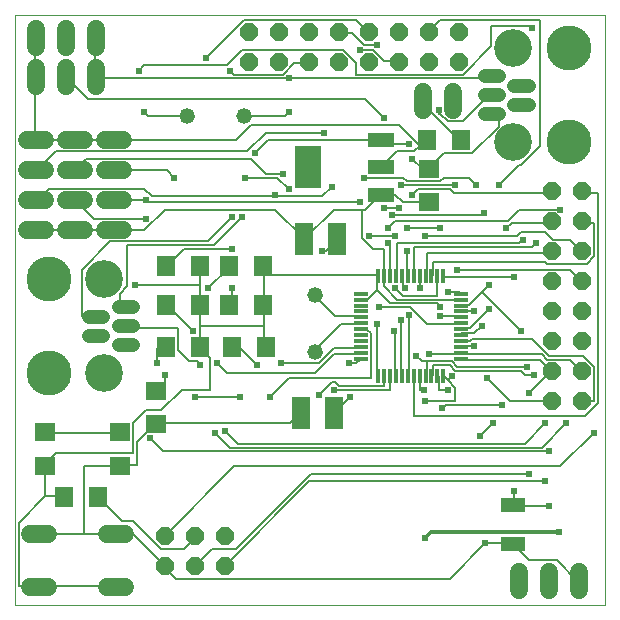
<source format=gtl>
G75*
%MOIN*%
%OFA0B0*%
%FSLAX25Y25*%
%IPPOS*%
%LPD*%
%AMOC8*
5,1,8,0,0,1.08239X$1,22.5*
%
%ADD10C,0.00000*%
%ADD11C,0.06000*%
%ADD12R,0.04724X0.01181*%
%ADD13R,0.01181X0.04724*%
%ADD14OC8,0.06000*%
%ADD15R,0.06299X0.07098*%
%ADD16R,0.07098X0.06299*%
%ADD17R,0.08000X0.05000*%
%ADD18C,0.15000*%
%ADD19C,0.12598*%
%ADD20C,0.04756*%
%ADD21R,0.08800X0.04800*%
%ADD22R,0.08661X0.14173*%
%ADD23R,0.07087X0.06299*%
%ADD24C,0.05200*%
%ADD25R,0.06299X0.10630*%
%ADD26C,0.00500*%
%ADD27C,0.02400*%
%ADD28C,0.01400*%
D10*
X0009000Y0001100D02*
X0009000Y0197950D01*
X0205850Y0197950D01*
X0205850Y0001100D01*
X0009000Y0001100D01*
D11*
X0014200Y0007200D02*
X0020200Y0007200D01*
X0020200Y0025000D02*
X0014200Y0025000D01*
X0039800Y0025000D02*
X0045800Y0025000D01*
X0045800Y0007200D02*
X0039800Y0007200D01*
X0039000Y0126100D02*
X0045000Y0126100D01*
X0045000Y0136100D02*
X0039000Y0136100D01*
X0032000Y0136100D02*
X0026000Y0136100D01*
X0019000Y0136100D02*
X0013000Y0136100D01*
X0013000Y0126100D02*
X0019000Y0126100D01*
X0026000Y0126100D02*
X0032000Y0126100D01*
X0032000Y0146100D02*
X0026000Y0146100D01*
X0019000Y0146100D02*
X0013000Y0146100D01*
X0013000Y0156100D02*
X0019000Y0156100D01*
X0026000Y0156100D02*
X0032000Y0156100D01*
X0039000Y0156100D02*
X0045000Y0156100D01*
X0045000Y0146100D02*
X0039000Y0146100D01*
X0036000Y0174100D02*
X0036000Y0180100D01*
X0036000Y0187100D02*
X0036000Y0193100D01*
X0026000Y0193100D02*
X0026000Y0187100D01*
X0026000Y0180100D02*
X0026000Y0174100D01*
X0016000Y0174100D02*
X0016000Y0180100D01*
X0016000Y0187100D02*
X0016000Y0193100D01*
X0145000Y0172100D02*
X0145000Y0166100D01*
X0155000Y0166100D02*
X0155000Y0172100D01*
X0177000Y0012100D02*
X0177000Y0006100D01*
X0187000Y0006100D02*
X0187000Y0012100D01*
X0197000Y0012100D02*
X0197000Y0006100D01*
D12*
X0157732Y0083273D03*
X0157732Y0085242D03*
X0157732Y0087210D03*
X0157732Y0089179D03*
X0157732Y0091147D03*
X0157732Y0093116D03*
X0157732Y0095084D03*
X0157732Y0097053D03*
X0157732Y0099021D03*
X0157732Y0100990D03*
X0157732Y0102958D03*
X0157732Y0104927D03*
X0124268Y0104927D03*
X0124268Y0102958D03*
X0124268Y0100990D03*
X0124268Y0099021D03*
X0124268Y0097053D03*
X0124268Y0095084D03*
X0124268Y0093116D03*
X0124268Y0091147D03*
X0124268Y0089179D03*
X0124268Y0087210D03*
X0124268Y0085242D03*
X0124268Y0083273D03*
D13*
X0130173Y0077368D03*
X0132142Y0077368D03*
X0134110Y0077368D03*
X0136079Y0077368D03*
X0138047Y0077368D03*
X0140016Y0077368D03*
X0141984Y0077368D03*
X0143953Y0077368D03*
X0145921Y0077368D03*
X0147890Y0077368D03*
X0149858Y0077368D03*
X0151827Y0077368D03*
X0151827Y0110832D03*
X0149858Y0110832D03*
X0147890Y0110832D03*
X0145921Y0110832D03*
X0143953Y0110832D03*
X0141984Y0110832D03*
X0140016Y0110832D03*
X0138047Y0110832D03*
X0136079Y0110832D03*
X0134110Y0110832D03*
X0132142Y0110832D03*
X0130173Y0110832D03*
D14*
X0188000Y0109100D03*
X0188000Y0099100D03*
X0188000Y0089100D03*
X0188000Y0079100D03*
X0188000Y0069100D03*
X0198000Y0069100D03*
X0198000Y0079100D03*
X0198000Y0089100D03*
X0198000Y0099100D03*
X0198000Y0109100D03*
X0198000Y0119100D03*
X0198000Y0129100D03*
X0198000Y0139100D03*
X0188000Y0139100D03*
X0188000Y0129100D03*
X0188000Y0119100D03*
X0157000Y0182100D03*
X0157000Y0192100D03*
X0147000Y0192100D03*
X0137000Y0192100D03*
X0137000Y0182100D03*
X0147000Y0182100D03*
X0127000Y0182100D03*
X0127000Y0192100D03*
X0117000Y0192100D03*
X0107000Y0192100D03*
X0107000Y0182100D03*
X0117000Y0182100D03*
X0097000Y0182100D03*
X0097000Y0192100D03*
X0087000Y0192100D03*
X0087000Y0182100D03*
X0079000Y0024100D03*
X0069000Y0024100D03*
X0069000Y0014100D03*
X0079000Y0014100D03*
X0059000Y0014100D03*
X0059000Y0024100D03*
D15*
X0036598Y0037100D03*
X0025402Y0037100D03*
X0059402Y0087100D03*
X0070598Y0087100D03*
X0081402Y0087100D03*
X0092598Y0087100D03*
X0091598Y0101100D03*
X0080402Y0101100D03*
X0070598Y0101100D03*
X0059402Y0101100D03*
X0059402Y0114100D03*
X0070598Y0114100D03*
X0080402Y0114100D03*
X0091598Y0114100D03*
X0146402Y0156100D03*
X0157598Y0156100D03*
D16*
X0044000Y0058698D03*
X0044000Y0047502D03*
X0019000Y0047502D03*
X0019000Y0058698D03*
D17*
X0175000Y0034600D03*
X0175000Y0021600D03*
D18*
X0193646Y0155352D03*
X0193646Y0186848D03*
X0020354Y0109848D03*
X0020354Y0078352D03*
D19*
X0038858Y0078352D03*
X0038858Y0109848D03*
X0175142Y0155352D03*
X0175142Y0186848D03*
D20*
X0170417Y0177399D02*
X0165661Y0177399D01*
X0165661Y0171100D02*
X0170417Y0171100D01*
X0175535Y0167950D02*
X0180291Y0167950D01*
X0180291Y0174250D02*
X0175535Y0174250D01*
X0170417Y0164801D02*
X0165661Y0164801D01*
X0048339Y0100399D02*
X0043583Y0100399D01*
X0038465Y0097250D02*
X0033709Y0097250D01*
X0033709Y0090950D02*
X0038465Y0090950D01*
X0043583Y0087801D02*
X0048339Y0087801D01*
X0048339Y0094100D02*
X0043583Y0094100D01*
D21*
X0131200Y0138000D03*
X0131200Y0147100D03*
X0131200Y0156200D03*
D22*
X0106799Y0147100D03*
D23*
X0147000Y0146612D03*
X0147000Y0135588D03*
X0056000Y0072612D03*
X0056000Y0061588D03*
D24*
X0109000Y0085600D03*
X0109000Y0104600D03*
X0085500Y0164100D03*
X0066500Y0164100D03*
D25*
X0105488Y0123100D03*
X0116512Y0123100D03*
X0115512Y0065100D03*
X0104488Y0065100D03*
D26*
X0104000Y0064850D01*
X0100875Y0061725D01*
X0056500Y0061725D01*
X0056000Y0061588D01*
X0055875Y0061100D01*
X0054000Y0059225D01*
X0053375Y0059225D01*
X0049625Y0055475D01*
X0049625Y0047975D01*
X0044000Y0047975D01*
X0044000Y0047502D01*
X0044000Y0047350D01*
X0032125Y0047350D01*
X0032125Y0024850D01*
X0017750Y0024850D01*
X0017200Y0025000D01*
X0010250Y0028600D02*
X0010250Y0007350D01*
X0017125Y0007350D01*
X0017200Y0007200D01*
X0017750Y0007350D01*
X0042750Y0007350D01*
X0042800Y0007200D01*
X0057750Y0019850D02*
X0065250Y0019850D01*
X0069000Y0023600D01*
X0069000Y0024100D01*
X0074625Y0019850D02*
X0082750Y0019850D01*
X0107750Y0044850D01*
X0180250Y0044850D01*
X0185875Y0042350D02*
X0107125Y0042350D01*
X0079000Y0014225D01*
X0079000Y0014100D01*
X0074625Y0019850D02*
X0069000Y0014225D01*
X0069000Y0014100D01*
X0062750Y0009850D02*
X0059000Y0013600D01*
X0059000Y0014100D01*
X0059000Y0014225D01*
X0048375Y0024850D01*
X0043375Y0024850D01*
X0042800Y0025000D01*
X0042750Y0024850D01*
X0032125Y0024850D01*
X0037125Y0036725D02*
X0044625Y0029225D01*
X0048375Y0029225D01*
X0057750Y0019850D01*
X0059000Y0024100D02*
X0059000Y0024225D01*
X0082125Y0047350D01*
X0190875Y0047350D01*
X0202125Y0058600D01*
X0199000Y0064225D02*
X0203375Y0068600D01*
X0203375Y0138600D01*
X0198375Y0138600D01*
X0198000Y0139100D01*
X0190875Y0132975D02*
X0177125Y0132975D01*
X0173375Y0129225D01*
X0135875Y0129225D01*
X0133375Y0126725D01*
X0135875Y0124225D02*
X0127125Y0124225D01*
X0124625Y0123600D02*
X0124625Y0132975D01*
X0115250Y0132975D01*
X0105875Y0123600D01*
X0105488Y0123100D01*
X0105250Y0123600D01*
X0095875Y0132975D01*
X0059000Y0132975D01*
X0052125Y0126100D01*
X0042000Y0126100D01*
X0029000Y0126100D01*
X0016000Y0126100D01*
X0016000Y0136100D02*
X0016500Y0136100D01*
X0020250Y0139850D01*
X0052125Y0139850D01*
X0054625Y0137350D01*
X0095875Y0137350D01*
X0095875Y0137975D01*
X0095875Y0137350D02*
X0111500Y0137350D01*
X0114625Y0140475D01*
X0124000Y0135475D02*
X0053375Y0135475D01*
X0052750Y0136100D01*
X0042000Y0136100D01*
X0035250Y0129850D02*
X0052750Y0129850D01*
X0046500Y0121100D02*
X0075250Y0121100D01*
X0084625Y0130475D01*
X0081500Y0130475D02*
X0073375Y0122350D01*
X0040875Y0122350D01*
X0031500Y0112975D01*
X0031500Y0097350D01*
X0038375Y0097350D01*
X0038465Y0097250D01*
X0043583Y0100399D02*
X0044000Y0100475D01*
X0044000Y0104850D01*
X0046500Y0107350D01*
X0046500Y0121100D01*
X0035250Y0129850D02*
X0029000Y0136100D01*
X0029000Y0146100D02*
X0032750Y0149850D01*
X0087750Y0149850D01*
X0092750Y0144850D01*
X0098375Y0144850D01*
X0096500Y0143600D02*
X0085875Y0143600D01*
X0089000Y0151725D02*
X0093375Y0156100D01*
X0130875Y0156100D01*
X0131200Y0156200D01*
X0131500Y0156100D01*
X0132750Y0154850D01*
X0140250Y0154850D01*
X0142125Y0152350D02*
X0136500Y0152350D01*
X0131500Y0147350D01*
X0131200Y0147100D01*
X0125250Y0143600D02*
X0138375Y0143600D01*
X0139625Y0142350D01*
X0150875Y0142350D01*
X0152125Y0143600D01*
X0160250Y0143600D01*
X0162750Y0141100D01*
X0170250Y0141100D02*
X0177125Y0147975D01*
X0177750Y0147975D01*
X0184000Y0154225D01*
X0184000Y0196100D01*
X0150875Y0196100D01*
X0147125Y0192350D01*
X0147000Y0192100D01*
X0137000Y0182100D02*
X0136500Y0182350D01*
X0132125Y0182350D01*
X0128375Y0186100D01*
X0124000Y0186100D01*
X0125250Y0187975D02*
X0121500Y0191725D01*
X0117125Y0191725D01*
X0117000Y0192100D01*
X0118375Y0186100D02*
X0122750Y0181725D01*
X0122750Y0177975D01*
X0158375Y0177975D01*
X0167750Y0187350D01*
X0167750Y0194225D01*
X0180875Y0194225D01*
X0181500Y0193600D01*
X0170417Y0177399D02*
X0170250Y0177350D01*
X0169625Y0176725D01*
X0100250Y0176725D01*
X0036500Y0176725D01*
X0036000Y0177100D01*
X0035875Y0177350D01*
X0035875Y0189850D01*
X0036000Y0190100D01*
X0026000Y0177100D02*
X0026500Y0176725D01*
X0033375Y0169850D01*
X0125875Y0169850D01*
X0132125Y0163600D01*
X0137125Y0161100D02*
X0087750Y0161100D01*
X0082750Y0156100D01*
X0042000Y0156100D01*
X0029000Y0156100D01*
X0016000Y0156100D01*
X0015875Y0156100D01*
X0015875Y0176725D01*
X0016000Y0177100D01*
X0015875Y0177350D01*
X0015875Y0189850D01*
X0016000Y0190100D01*
X0050250Y0179225D02*
X0052125Y0181100D01*
X0079625Y0181100D01*
X0084625Y0186100D01*
X0118375Y0186100D01*
X0125250Y0187975D02*
X0129625Y0187975D01*
X0127000Y0192100D02*
X0126500Y0192350D01*
X0122750Y0196100D01*
X0085250Y0196100D01*
X0072750Y0183600D01*
X0080875Y0179225D02*
X0082125Y0177975D01*
X0098375Y0177975D01*
X0102125Y0181725D01*
X0106500Y0181725D01*
X0107000Y0182100D01*
X0100250Y0165475D02*
X0099000Y0164225D01*
X0085875Y0164225D01*
X0085500Y0164100D01*
X0092750Y0158600D02*
X0112125Y0158600D01*
X0096500Y0143600D02*
X0100250Y0139850D01*
X0086500Y0152350D02*
X0092750Y0158600D01*
X0086500Y0152350D02*
X0022750Y0152350D01*
X0016500Y0146100D01*
X0016000Y0146100D01*
X0042000Y0146100D02*
X0059625Y0146100D01*
X0062125Y0143600D01*
X0066500Y0164100D02*
X0066500Y0164225D01*
X0053375Y0164225D01*
X0052125Y0165475D01*
X0065250Y0119850D02*
X0081500Y0119850D01*
X0080402Y0114100D02*
X0080250Y0113600D01*
X0073375Y0106725D01*
X0070875Y0107975D02*
X0049000Y0107975D01*
X0059402Y0114100D02*
X0059625Y0114225D01*
X0065250Y0119850D01*
X0070598Y0114100D02*
X0070875Y0113600D01*
X0070875Y0107975D01*
X0070875Y0101100D01*
X0070598Y0101100D01*
X0070875Y0101100D02*
X0070875Y0094225D01*
X0092125Y0094225D01*
X0092125Y0087350D01*
X0092598Y0087100D01*
X0097750Y0081725D02*
X0110250Y0081725D01*
X0115250Y0086725D01*
X0124000Y0086725D01*
X0124268Y0087210D01*
X0124268Y0085242D02*
X0124000Y0084850D01*
X0115250Y0084850D01*
X0109000Y0078600D01*
X0079625Y0078600D01*
X0076500Y0081725D01*
X0074000Y0083600D02*
X0074000Y0072975D01*
X0064625Y0072975D01*
X0057750Y0066100D01*
X0052750Y0066100D01*
X0048375Y0061725D01*
X0048375Y0051725D01*
X0022750Y0051725D01*
X0019000Y0047975D01*
X0019000Y0047502D01*
X0019000Y0037350D01*
X0010250Y0028600D01*
X0019000Y0037350D02*
X0025250Y0037350D01*
X0025402Y0037100D01*
X0036598Y0037100D02*
X0037125Y0036725D01*
X0054000Y0056725D02*
X0058375Y0052350D01*
X0187125Y0052350D01*
X0184625Y0053600D02*
X0192750Y0061725D01*
X0199000Y0064225D02*
X0142125Y0064225D01*
X0142125Y0077350D01*
X0141984Y0077368D01*
X0140250Y0077975D02*
X0140016Y0077368D01*
X0140250Y0077975D02*
X0140250Y0097975D01*
X0140875Y0100475D02*
X0130250Y0100475D01*
X0126500Y0102975D02*
X0129625Y0106100D01*
X0134000Y0101725D01*
X0149625Y0101725D01*
X0150875Y0100475D01*
X0150875Y0097350D02*
X0157125Y0097350D01*
X0157732Y0097053D01*
X0157732Y0099021D02*
X0157750Y0099225D01*
X0162125Y0099225D01*
X0160250Y0101100D02*
X0164625Y0105475D01*
X0177750Y0092350D01*
X0181500Y0089850D02*
X0187125Y0084225D01*
X0198375Y0084225D01*
X0202125Y0080475D01*
X0202125Y0069225D01*
X0198375Y0069225D01*
X0198000Y0069100D01*
X0198000Y0079100D02*
X0197750Y0079225D01*
X0194000Y0082975D01*
X0186500Y0082975D01*
X0184625Y0084850D01*
X0157750Y0084850D01*
X0157732Y0085242D01*
X0157125Y0084850D01*
X0147125Y0084850D01*
X0146500Y0082350D02*
X0144625Y0082350D01*
X0142750Y0084225D01*
X0146500Y0082350D02*
X0154625Y0082350D01*
X0156500Y0080475D01*
X0179625Y0080475D01*
X0177750Y0079225D02*
X0179000Y0077975D01*
X0182125Y0077975D01*
X0177750Y0079225D02*
X0155875Y0079225D01*
X0154000Y0081100D01*
X0148375Y0081100D01*
X0148375Y0077975D01*
X0147890Y0077368D01*
X0146500Y0077975D02*
X0145921Y0077368D01*
X0146500Y0077975D02*
X0146500Y0082350D01*
X0144000Y0077350D02*
X0143953Y0077368D01*
X0144000Y0077350D02*
X0144000Y0072975D01*
X0145250Y0072975D01*
X0145875Y0069225D02*
X0155875Y0069225D01*
X0155875Y0073600D01*
X0153375Y0076100D01*
X0154625Y0077350D01*
X0153375Y0076100D02*
X0152125Y0077350D01*
X0151827Y0077368D01*
X0150250Y0077350D02*
X0149858Y0077368D01*
X0150250Y0077350D02*
X0150250Y0072975D01*
X0153375Y0072975D01*
X0152750Y0067975D02*
X0171500Y0067975D01*
X0174000Y0069225D02*
X0187750Y0069225D01*
X0188000Y0069100D01*
X0180250Y0071725D02*
X0187125Y0078600D01*
X0187750Y0078600D01*
X0188000Y0079100D01*
X0187750Y0079225D01*
X0184000Y0082975D01*
X0157750Y0082975D01*
X0157732Y0083273D01*
X0157732Y0087210D02*
X0157750Y0087350D01*
X0162125Y0087350D01*
X0160875Y0089225D02*
X0161500Y0089850D01*
X0181500Y0089850D01*
X0167125Y0099850D02*
X0160875Y0093600D01*
X0157750Y0093600D01*
X0157732Y0093116D01*
X0157750Y0091725D02*
X0157732Y0091147D01*
X0157750Y0091725D02*
X0162125Y0091725D01*
X0164625Y0094225D01*
X0160875Y0089225D02*
X0157750Y0089225D01*
X0157732Y0089179D01*
X0157125Y0094850D02*
X0157732Y0095084D01*
X0157125Y0094850D02*
X0146500Y0094850D01*
X0140875Y0100475D01*
X0138375Y0104225D02*
X0135875Y0106725D01*
X0138375Y0106725D02*
X0139000Y0106725D01*
X0138375Y0106725D02*
X0138375Y0110475D01*
X0138047Y0110832D01*
X0136500Y0111100D02*
X0136079Y0110832D01*
X0136500Y0111100D02*
X0136500Y0121725D01*
X0177125Y0121725D01*
X0178375Y0122975D01*
X0176500Y0124225D02*
X0177750Y0125475D01*
X0185875Y0125475D01*
X0188375Y0122975D01*
X0194000Y0122975D01*
X0197750Y0119225D01*
X0198000Y0119100D01*
X0202125Y0117350D02*
X0199625Y0114850D01*
X0186500Y0114850D01*
X0185875Y0115475D01*
X0148375Y0115475D01*
X0148375Y0111100D01*
X0147890Y0110832D01*
X0146500Y0111100D02*
X0145921Y0110832D01*
X0146500Y0111100D02*
X0146500Y0118600D01*
X0187750Y0118600D01*
X0188000Y0119100D01*
X0182750Y0121725D02*
X0181500Y0120475D01*
X0142125Y0120475D01*
X0142125Y0111100D01*
X0141984Y0110832D01*
X0140016Y0110832D02*
X0139625Y0111100D01*
X0139625Y0119225D01*
X0134000Y0121725D02*
X0133375Y0121725D01*
X0134000Y0121725D02*
X0134000Y0111100D01*
X0134110Y0110832D01*
X0132142Y0110832D02*
X0132125Y0111100D01*
X0132125Y0119850D01*
X0128375Y0119850D01*
X0124625Y0123600D01*
X0116512Y0123100D02*
X0116500Y0122975D01*
X0112750Y0119225D01*
X0111500Y0119225D01*
X0109000Y0104600D02*
X0109000Y0104225D01*
X0115875Y0097350D01*
X0124000Y0097350D01*
X0124268Y0097053D01*
X0124268Y0095084D02*
X0124000Y0094850D01*
X0117750Y0094850D01*
X0109000Y0086100D01*
X0109000Y0085600D01*
X0100250Y0076725D02*
X0094000Y0070475D01*
X0100250Y0076725D02*
X0127750Y0076725D01*
X0127750Y0091725D01*
X0126500Y0092975D01*
X0124625Y0092975D01*
X0124268Y0093116D01*
X0129625Y0094850D02*
X0129625Y0077975D01*
X0130173Y0077368D01*
X0132125Y0077350D02*
X0132125Y0074225D01*
X0117125Y0074225D01*
X0115875Y0075475D01*
X0114625Y0075475D01*
X0110250Y0071100D01*
X0115250Y0072975D02*
X0134000Y0072975D01*
X0134000Y0077350D01*
X0134110Y0077368D01*
X0135875Y0077975D02*
X0136079Y0077368D01*
X0135875Y0077975D02*
X0135875Y0092350D01*
X0135250Y0092350D01*
X0137750Y0096100D02*
X0137750Y0077975D01*
X0138047Y0077368D01*
X0132142Y0077368D02*
X0132125Y0077350D01*
X0124268Y0083273D02*
X0124000Y0082975D01*
X0122750Y0081725D01*
X0120250Y0081725D01*
X0120875Y0070475D02*
X0115875Y0065475D01*
X0115512Y0065100D01*
X0089625Y0081100D02*
X0084000Y0086725D01*
X0081500Y0086725D01*
X0081402Y0087100D01*
X0074000Y0083600D02*
X0070875Y0086725D01*
X0070598Y0087100D01*
X0070875Y0087350D01*
X0070875Y0094225D01*
X0068375Y0092350D02*
X0059625Y0101100D01*
X0059402Y0101100D01*
X0063375Y0093600D02*
X0044000Y0093600D01*
X0043583Y0094100D01*
X0056500Y0086725D02*
X0056500Y0081725D01*
X0059000Y0077975D02*
X0059000Y0072975D01*
X0056500Y0072975D01*
X0056000Y0072612D01*
X0067125Y0082350D02*
X0063375Y0086100D01*
X0063375Y0093600D01*
X0059402Y0087100D02*
X0059000Y0086725D01*
X0056500Y0086725D01*
X0067125Y0082350D02*
X0069625Y0082350D01*
X0070875Y0081100D01*
X0069000Y0070475D02*
X0084000Y0070475D01*
X0079000Y0059225D02*
X0083375Y0054850D01*
X0179000Y0054850D01*
X0185875Y0061725D01*
X0184625Y0053600D02*
X0080875Y0053600D01*
X0075875Y0058600D01*
X0044000Y0058600D02*
X0044000Y0058698D01*
X0044000Y0058600D02*
X0019000Y0058600D01*
X0019000Y0058698D01*
X0062750Y0009850D02*
X0154000Y0009850D01*
X0165875Y0021725D01*
X0174625Y0021725D01*
X0175000Y0021600D01*
X0175250Y0021100D01*
X0180250Y0016100D01*
X0189625Y0016100D01*
X0196500Y0009225D01*
X0197000Y0009100D01*
X0187125Y0034225D02*
X0175250Y0034225D01*
X0175000Y0034600D01*
X0175250Y0034850D01*
X0175250Y0039225D01*
X0164000Y0057350D02*
X0168375Y0061725D01*
X0174000Y0069225D02*
X0166500Y0076725D01*
X0152750Y0067975D02*
X0151500Y0066725D01*
X0157732Y0100990D02*
X0157750Y0101100D01*
X0160250Y0101100D01*
X0157732Y0102958D02*
X0157125Y0102975D01*
X0136500Y0102975D01*
X0132125Y0107350D01*
X0132125Y0110475D01*
X0132142Y0110832D01*
X0130173Y0110832D02*
X0129625Y0111100D01*
X0092125Y0111100D01*
X0091598Y0114100D01*
X0092125Y0113600D01*
X0092125Y0111100D01*
X0092125Y0101100D01*
X0091598Y0101100D01*
X0092125Y0101100D02*
X0092125Y0094225D01*
X0081500Y0101100D02*
X0080402Y0101100D01*
X0081500Y0101100D02*
X0081500Y0106725D01*
X0124268Y0102958D02*
X0124625Y0102975D01*
X0126500Y0102975D01*
X0129625Y0106100D02*
X0129625Y0110475D01*
X0130173Y0110832D01*
X0138375Y0104225D02*
X0149625Y0104225D01*
X0149625Y0110475D01*
X0149858Y0110832D01*
X0151827Y0110832D02*
X0152125Y0110475D01*
X0175250Y0110475D01*
X0167125Y0107975D02*
X0164625Y0105475D01*
X0157732Y0104927D02*
X0157125Y0105475D01*
X0153375Y0105475D01*
X0156500Y0112975D02*
X0194000Y0112975D01*
X0197750Y0109225D01*
X0198000Y0109100D01*
X0202125Y0117350D02*
X0202125Y0128600D01*
X0198375Y0128600D01*
X0198000Y0129100D01*
X0188000Y0129100D02*
X0187750Y0128600D01*
X0174625Y0128600D01*
X0172750Y0126725D01*
X0176500Y0124225D02*
X0145875Y0124225D01*
X0150875Y0126725D02*
X0139625Y0126725D01*
X0134625Y0131100D02*
X0164625Y0131100D01*
X0165250Y0131725D01*
X0155250Y0138600D02*
X0187750Y0138600D01*
X0188000Y0139100D01*
X0170250Y0160475D02*
X0170250Y0164225D01*
X0170417Y0164801D01*
X0170250Y0160475D02*
X0161500Y0151725D01*
X0152125Y0151725D01*
X0147125Y0146725D01*
X0147000Y0146612D01*
X0146500Y0146725D01*
X0144625Y0146725D01*
X0141500Y0149850D01*
X0142125Y0152350D02*
X0144000Y0154225D01*
X0146402Y0156100D01*
X0145875Y0156100D01*
X0144000Y0154225D01*
X0137125Y0161100D01*
X0144625Y0168600D02*
X0145000Y0169100D01*
X0144625Y0168600D02*
X0157125Y0156100D01*
X0157598Y0156100D01*
X0158375Y0162350D02*
X0153375Y0162350D01*
X0150875Y0164850D01*
X0150250Y0164850D01*
X0150250Y0166100D01*
X0158375Y0162350D02*
X0167125Y0171100D01*
X0170417Y0171100D01*
X0155875Y0141100D02*
X0137750Y0141100D01*
X0135875Y0137975D02*
X0131500Y0137975D01*
X0131200Y0138000D01*
X0130875Y0137975D01*
X0125875Y0132975D01*
X0124625Y0132975D01*
X0132125Y0133600D02*
X0137125Y0133600D01*
X0138375Y0135475D02*
X0135875Y0137975D01*
X0138375Y0135475D02*
X0146500Y0135475D01*
X0147000Y0135588D01*
X0143375Y0139850D02*
X0154000Y0139850D01*
X0155250Y0138600D01*
X0143375Y0139850D02*
X0141500Y0137975D01*
X0143953Y0110832D02*
X0144000Y0110475D01*
X0144000Y0106725D01*
D27*
X0144000Y0106725D03*
X0139000Y0106725D03*
X0135875Y0106725D03*
X0130250Y0100475D03*
X0129625Y0094850D03*
X0135250Y0092350D03*
X0137750Y0096100D03*
X0140250Y0097975D03*
X0150875Y0097350D03*
X0150875Y0100475D03*
X0153375Y0105475D03*
X0156500Y0112975D03*
X0167125Y0107975D03*
X0175250Y0110475D03*
X0167125Y0099850D03*
X0162125Y0099225D03*
X0164625Y0094225D03*
X0162125Y0087350D03*
X0166500Y0076725D03*
X0171500Y0067975D03*
X0168375Y0061725D03*
X0164000Y0057350D03*
X0151500Y0066725D03*
X0145875Y0069225D03*
X0145250Y0072975D03*
X0153375Y0072975D03*
X0154625Y0077350D03*
X0147125Y0084850D03*
X0142750Y0084225D03*
X0120250Y0081725D03*
X0115250Y0072975D03*
X0110250Y0071100D03*
X0120875Y0070475D03*
X0097750Y0081725D03*
X0089625Y0081100D03*
X0094000Y0070475D03*
X0084000Y0070475D03*
X0079000Y0059225D03*
X0075875Y0058600D03*
X0069000Y0070475D03*
X0070875Y0081100D03*
X0076500Y0081725D03*
X0068375Y0092350D03*
X0056500Y0081725D03*
X0059000Y0077975D03*
X0054000Y0056725D03*
X0073375Y0106725D03*
X0081500Y0106725D03*
X0081500Y0119850D03*
X0081500Y0130475D03*
X0084625Y0130475D03*
X0095875Y0137975D03*
X0100250Y0139850D03*
X0098375Y0144850D03*
X0089000Y0151725D03*
X0085875Y0143600D03*
X0062125Y0143600D03*
X0052750Y0136100D03*
X0052750Y0129850D03*
X0049000Y0107975D03*
X0052125Y0165475D03*
X0050250Y0179225D03*
X0072750Y0183600D03*
X0080875Y0179225D03*
X0100250Y0176725D03*
X0100250Y0165475D03*
X0112125Y0158600D03*
X0125250Y0143600D03*
X0124000Y0135475D03*
X0132125Y0133600D03*
X0134625Y0131100D03*
X0137125Y0133600D03*
X0141500Y0137975D03*
X0137750Y0141100D03*
X0141500Y0149850D03*
X0140250Y0154850D03*
X0132125Y0163600D03*
X0150250Y0166100D03*
X0129625Y0187975D03*
X0124000Y0186100D03*
X0114625Y0140475D03*
X0127125Y0124225D03*
X0133375Y0121725D03*
X0135875Y0124225D03*
X0133375Y0126725D03*
X0139625Y0126725D03*
X0145875Y0124225D03*
X0150875Y0126725D03*
X0139625Y0119225D03*
X0155875Y0141100D03*
X0162750Y0141100D03*
X0170250Y0141100D03*
X0165250Y0131725D03*
X0172750Y0126725D03*
X0178375Y0122975D03*
X0182750Y0121725D03*
X0190875Y0132975D03*
X0177750Y0092350D03*
X0179625Y0080475D03*
X0182125Y0077975D03*
X0180250Y0071725D03*
X0185875Y0061725D03*
X0192750Y0061725D03*
X0202125Y0058600D03*
X0187125Y0052350D03*
X0180250Y0044850D03*
X0185875Y0042350D03*
X0187125Y0034225D03*
X0190250Y0025475D03*
X0175250Y0039225D03*
X0165875Y0021725D03*
X0145875Y0023600D03*
X0111500Y0119225D03*
X0181500Y0193600D03*
D28*
X0190250Y0025475D02*
X0147750Y0025475D01*
X0145875Y0023600D01*
M02*

</source>
